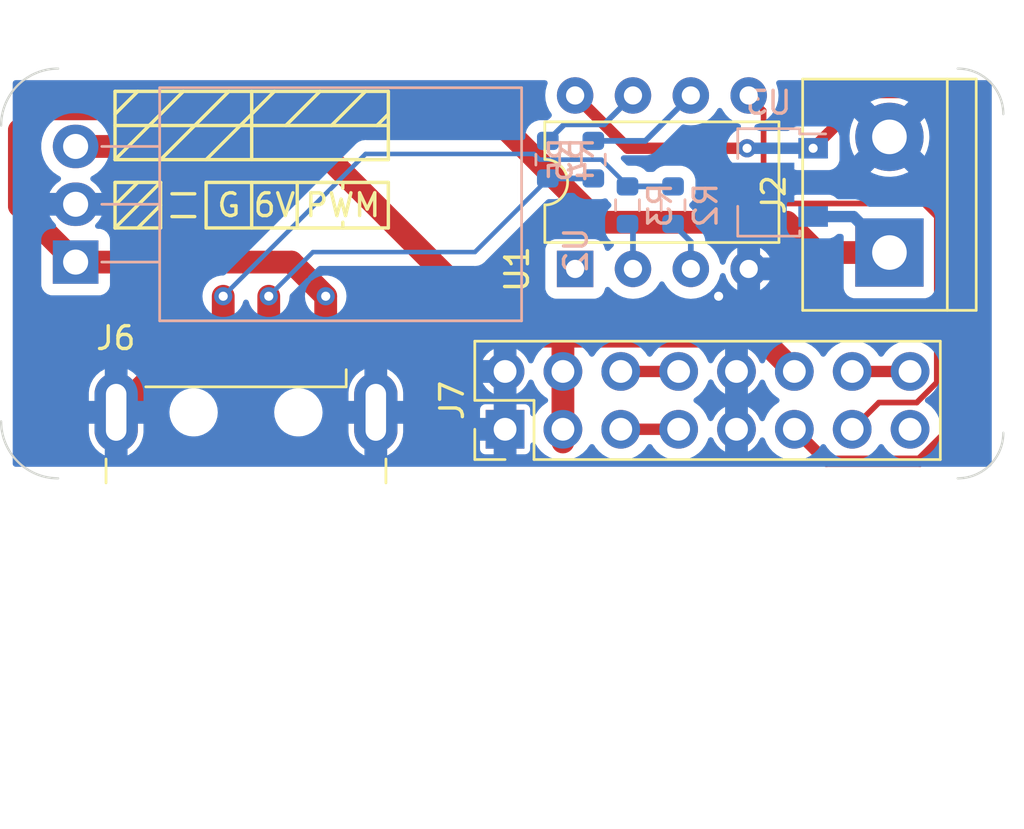
<source format=kicad_pcb>
(kicad_pcb (version 20211014) (generator pcbnew)
  (layers (0 "F.Cu" power) (31 "B.Cu" signal) (34 "B.Paste" user) (35 "F.Paste" user) (36 "B.SilkS" user "B.Silkscreen") (37 "F.SilkS" user "F.Silkscreen") (38 "B.Mask" user) (39 "F.Mask" user) (44 "Edge.Cuts" user))
  (net 0 "")
  (net 2 "/VBUS")
  (net 3 "/controll pin")
  (net 4 "/GND")
  (net 5 "/6V")
  (net 6 "/D-")
  (net 7 "/D+")
  (net 8 "Net-(R2-Pad1)")
  (net 9 "Net-(R3-Pad1)")
  (net 10 "Net-(R4-Pad1)")
  (net 11 "/5V")
  (net 12 "Net-(U1-Pad6)")
  (net 13 "Net-(J7-Pad6)")
  (net 14 "Net-(J7-Pad14)")
  (net 16 "Net-(J7-Pad5)")
  (footprint "Package_DIP:DIP-8_W7.62mm" (layer "F.Cu") (at 198.2 108.8 90)
    (fp_text reference "U1" (at -0.01 -2.55 90) (layer "F.SilkS"))
    (fp_text value "ATtiny13V-10P")
    (fp_line (start 2.81 -1.33) (end 1.16 -1.33) (layer "F.SilkS") (width 0.12))
    (fp_line (start 1.16 -1.33) (end 1.16 8.95) (layer "F.SilkS") (width 0.12))
    (fp_line (start 6.46 -1.33) (end 4.81 -1.33) (layer "F.SilkS") (width 0.12))
    (fp_line (start 6.46 8.95) (end 6.46 -1.33) (layer "F.SilkS") (width 0.12))
    (fp_line (start 1.16 8.95) (end 6.46 8.95) (layer "F.SilkS") (width 0.12))
    (fp_arc (start 4.81 -1.33) (mid 3.81 -0.33) (end 2.81 -1.33) (layer "F.SilkS") (width 0.12))
    (pad "1" thru_hole rect (at 0 0 90) (size 1.6 1.6) (drill 0.8) (layers *.Cu *.Mask))
    (pad "2" thru_hole oval (at 0 2.54 90) (size 1.6 1.6) (drill 0.8) (layers *.Cu *.Mask) (net 9 "Net-(R3-Pad1)"))
    (pad "3" thru_hole oval (at 0 5.08 90) (size 1.6 1.6) (drill 0.8) (layers *.Cu *.Mask) (net 8 "Net-(R2-Pad1)"))
    (pad "4" thru_hole oval (at 0 7.62 90) (size 1.6 1.6) (drill 0.8) (layers *.Cu *.Mask) (net 4 "/GND"))
    (pad "5" thru_hole oval (at 7.62 7.62 90) (size 1.6 1.6) (drill 0.8) (layers *.Cu *.Mask) (net 3 "/controll pin"))
    (pad "6" thru_hole oval (at 7.62 5.08 90) (size 1.6 1.6) (drill 0.8) (layers *.Cu *.Mask) (net 12 "Net-(U1-Pad6)"))
    (pad "7" thru_hole oval (at 7.62 2.54 90) (size 1.6 1.6) (drill 0.8) (layers *.Cu *.Mask) (net 10 "Net-(R4-Pad1)"))
    (pad "8" thru_hole oval (at 7.62 0 90) (size 1.6 1.6) (drill 0.8) (layers *.Cu *.Mask) (net 11 "/5V"))
  )
  (footprint "Connector_PinHeader_2.54mm:PinHeader_2x08_P2.54mm_Vertical" (layer "F.Cu") (at 195.125 115.845 90)
    (fp_text reference "J7" (at 1.27 -2.33 90) (layer "F.SilkS"))
    (fp_text value "Conn_02x08_Counter_Clockwise")
    (fp_line (start -1.33 19.11) (end 3.87 19.11) (layer "F.SilkS") (width 0.12))
    (fp_line (start -1.33 -1.33) (end 0 -1.33) (layer "F.SilkS") (width 0.12))
    (fp_line (start 1.27 1.27) (end 1.27 -1.33) (layer "F.SilkS") (width 0.12))
    (fp_line (start 1.27 -1.33) (end 3.87 -1.33) (layer "F.SilkS") (width 0.12))
    (fp_line (start -1.33 1.27) (end 1.27 1.27) (layer "F.SilkS") (width 0.12))
    (fp_line (start -1.33 0) (end -1.33 -1.33) (layer "F.SilkS") (width 0.12))
    (fp_line (start -1.33 1.27) (end -1.33 19.11) (layer "F.SilkS") (width 0.12))
    (fp_line (start 3.87 -1.33) (end 3.87 19.11) (layer "F.SilkS") (width 0.12))
    (pad "1" thru_hole rect (at 0 0 90) (size 1.7 1.7) (drill 1) (layers *.Cu *.Mask) (net 4 "/GND"))
    (pad "2" thru_hole oval (at 2.54 0 90) (size 1.7 1.7) (drill 1) (layers *.Cu *.Mask) (net 4 "/GND"))
    (pad "3" thru_hole oval (at 0 2.54 90) (size 1.7 1.7) (drill 1) (layers *.Cu *.Mask) (net 5 "/6V"))
    (pad "4" thru_hole oval (at 2.54 2.54 90) (size 1.7 1.7) (drill 1) (layers *.Cu *.Mask) (net 5 "/6V"))
    (pad "5" thru_hole oval (at 0 5.08 90) (size 1.7 1.7) (drill 1) (layers *.Cu *.Mask) (net 16 "Net-(J7-Pad5)"))
    (pad "6" thru_hole oval (at 2.54 5.08 90) (size 1.7 1.7) (drill 1) (layers *.Cu *.Mask) (net 13 "Net-(J7-Pad6)"))
    (pad "7" thru_hole oval (at 0 7.62 90) (size 1.7 1.7) (drill 1) (layers *.Cu *.Mask) (net 16 "Net-(J7-Pad5)"))
    (pad "8" thru_hole oval (at 2.54 7.62 90) (size 1.7 1.7) (drill 1) (layers *.Cu *.Mask) (net 13 "Net-(J7-Pad6)"))
    (pad "9" thru_hole oval (at 0 10.16 90) (size 1.7 1.7) (drill 1) (layers *.Cu *.Mask) (net 4 "/GND"))
    (pad "10" thru_hole oval (at 2.54 10.16 90) (size 1.7 1.7) (drill 1) (layers *.Cu *.Mask) (net 4 "/GND"))
    (pad "11" thru_hole oval (at 0 12.7 90) (size 1.7 1.7) (drill 1) (layers *.Cu *.Mask) (net 11 "/5V"))
    (pad "12" thru_hole oval (at 2.54 12.7 90) (size 1.7 1.7) (drill 1) (layers *.Cu *.Mask) (net 5 "/6V"))
    (pad "13" thru_hole oval (at 0 15.24 90) (size 1.7 1.7) (drill 1) (layers *.Cu *.Mask) (net 3 "/controll pin"))
    (pad "14" thru_hole oval (at 2.54 15.24 90) (size 1.7 1.7) (drill 1) (layers *.Cu *.Mask) (net 14 "Net-(J7-Pad14)"))
    (pad "15" thru_hole oval (at 0 17.78 90) (size 1.7 1.7) (drill 1) (layers *.Cu *.Mask))
    (pad "16" thru_hole oval (at 2.54 17.78 90) (size 1.7 1.7) (drill 1) (layers *.Cu *.Mask) (net 14 "Net-(J7-Pad14)"))
  )
  (footprint "Connector_USB:USB_A_CNCTech_1001-011-01101_Horizontal" (layer "F.Cu") (at 183.75 122 -90)
    (fp_text reference "J6" (at -10.16 5.715) (layer "F.SilkS"))
    (fp_text value "USB_A")
    (fp_line (start -4.85 6.145) (end -3.8 6.145) (layer "F.SilkS") (width 0.12))
    (fp_line (start -4.85 -6.145) (end -3.8 -6.145) (layer "F.SilkS") (width 0.12))
    (fp_line (start -8.02 -4.4) (end -8.02 4.4) (layer "F.SilkS") (width 0.12))
    (fp_line (start -8.02 -4.4) (end -8.775 -4.4) (layer "F.SilkS") (width 0.12))
    (pad "" np_thru_hole circle (at -6.9 -2.3 270) (size 1.1 1.1) (drill 1.1) (layers *.Cu *.Mask))
    (pad "" np_thru_hole circle (at -6.9 2.3 270) (size 1.1 1.1) (drill 1.1) (layers *.Cu *.Mask))
    (pad "1" smd rect (at -9.65 -3.5 270) (size 2.5 1.1) (layers "F.Cu" "F.Paste" "F.Mask") (net 2 "/VBUS"))
    (pad "2" smd rect (at -9.65 -1 270) (size 2.5 1.1) (layers "F.Cu" "F.Paste" "F.Mask") (net 6 "/D-"))
    (pad "3" smd rect (at -9.65 1 270) (size 2.5 1.1) (layers "F.Cu" "F.Paste" "F.Mask") (net 7 "/D+"))
    (pad "4" smd rect (at -9.65 3.5 270) (size 2.5 1.1) (layers "F.Cu" "F.Paste" "F.Mask") (net 4 "/GND"))
    (pad "5" thru_hole oval (at -6.9 -5.7 270) (size 3.5 1.9) (drill oval 2.5 0.9) (layers *.Cu *.Mask) (net 4 "/GND"))
    (pad "5" thru_hole oval (at -6.9 5.7 270) (size 3.5 1.9) (drill oval 2.5 0.9) (layers *.Cu *.Mask) (net 4 "/GND"))
  )
  (footprint "TerminalBlock:TerminalBlock_bornier-2_P5.08mm" (layer "F.Cu") (at 212 108.08 90)
    (fp_text reference "J2" (at 2.54 -5.08 90) (layer "F.SilkS"))
    (fp_text value "Screw_Terminal_01x02")
    (fp_line (start 7.62 3.81) (end 7.62 -3.81) (layer "F.SilkS") (width 0.12))
    (fp_line (start -2.54 -3.81) (end -2.54 3.81) (layer "F.SilkS") (width 0.12))
    (fp_line (start 7.62 -3.81) (end -2.54 -3.81) (layer "F.SilkS") (width 0.12))
    (fp_line (start -2.54 3.81) (end 7.62 3.81) (layer "F.SilkS") (width 0.12))
    (fp_line (start 7.62 2.54) (end -2.54 2.54) (layer "F.SilkS") (width 0.12))
    (pad "1" thru_hole rect (at 0 0 90) (size 3 3) (drill 1.52) (layers *.Cu *.Mask) (net 2 "/VBUS"))
    (pad "2" thru_hole circle (at 5.08 0 90) (size 3 3) (drill 1.52) (layers *.Cu *.Mask) (net 4 "/GND"))
  )
  (footprint "Resistor_SMD:R_0603_1608Metric" (layer "B.Cu") (at 202.5 106 90)
    (fp_text reference "R2" (at 0 1.43 90) (layer "B.SilkS") (effects (justify mirror)))
    (fp_text value "2k")
    (fp_line (start -0.237258 -0.5225) (end 0.237258 -0.5225) (layer "B.SilkS") (width 0.12))
    (fp_line (start -0.237258 0.5225) (end 0.237258 0.5225) (layer "B.SilkS") (width 0.12))
    (pad "1" smd roundrect (at -0.825 0 90) (size 0.8 0.95) (layers "B.Cu" "B.Paste" "B.Mask") (net 8 "Net-(R2-Pad1)"))
    (pad "2" smd roundrect (at 0.825 0 90) (size 0.8 0.95) (layers "B.Cu" "B.Paste" "B.Mask") (net 7 "/D+"))
  )
  (footprint "Resistor_SMD:R_0603_1608Metric" (layer "B.Cu") (at 199 104 -90)
    (fp_text reference "R5" (at 0 1.43 90) (layer "B.SilkS") (effects (justify mirror)))
    (fp_text value "680")
    (fp_line (start -0.237258 -0.5225) (end 0.237258 -0.5225) (layer "B.SilkS") (width 0.12))
    (fp_line (start -0.237258 0.5225) (end 0.237258 0.5225) (layer "B.SilkS") (width 0.12))
    (pad "1" smd roundrect (at -0.825 0 270) (size 0.8 0.95) (layers "B.Cu" "B.Paste" "B.Mask") (net 12 "Net-(U1-Pad6)"))
    (pad "2" smd roundrect (at 0.825 0 270) (size 0.8 0.95) (layers "B.Cu" "B.Paste" "B.Mask") (net 6 "/D-"))
  )
  (footprint "Package_TO_SOT_SMD:SOT-89-3" (layer "B.Cu") (at 207 105 180)
    (fp_text reference "U3" (at 0.3 3.5) (layer "B.SilkS") (effects (justify mirror)))
    (fp_text value "L78L05_SOT89")
    (fp_line (start -2.2 2.13) (end -1.06 2.13) (layer "B.SilkS") (width 0.12))
    (fp_line (start 1.66 2.36) (end 1.66 1.05) (layer "B.SilkS") (width 0.12))
    (fp_line (start -1.06 2.36) (end -1.06 2.13) (layer "B.SilkS") (width 0.12))
    (fp_line (start -1.06 2.36) (end 1.66 2.36) (layer "B.SilkS") (width 0.12))
    (fp_line (start 1.66 -1.05) (end 1.66 -2.36) (layer "B.SilkS") (width 0.12))
    (fp_line (start -1.06 -2.36) (end -1.06 -2.13) (layer "B.SilkS") (width 0.12))
    (fp_line (start 1.66 -2.36) (end -1.06 -2.36) (layer "B.SilkS") (width 0.12))
    (pad "1" smd rect (at -1.65 1.5 180) (size 1.3 0.9) (layers "B.Cu" "B.Paste" "B.Mask") (net 11 "/5V"))
    (pad "2" smd custom (at -1.5625 0 180) (size 1.475 0.9) (layers "B.Cu" "B.Paste" "B.Mask") (net 4 "/GND") (options (clearance outline) (anchor rect)) (primitives (gr_poly (pts (xy 3.8625 -0.8665) (xy 0.7375 -0.8665) (xy 0.7375 0.8665) (xy 3.8625 0.8665)) (width 0) (fill yes))))
    (pad "3" smd rect (at -1.65 -1.5 180) (size 1.3 0.9) (layers "B.Cu" "B.Paste" "B.Mask") (net 2 "/VBUS"))
  )
  (footprint "Resistor_SMD:R_0603_1608Metric" (layer "B.Cu") (at 197 104 -90)
    (fp_text reference "R4" (at 0 -1.5 90) (layer "B.SilkS") (effects (justify mirror)))
    (fp_text value "2k")
    (fp_line (start -0.237258 -0.5225) (end 0.237258 -0.5225) (layer "B.SilkS") (width 0.12))
    (fp_line (start -0.237258 0.5225) (end 0.237258 0.5225) (layer "B.SilkS") (width 0.12))
    (pad "1" smd roundrect (at -0.825 0 270) (size 0.8 0.95) (layers "B.Cu" "B.Paste" "B.Mask") (net 10 "Net-(R4-Pad1)"))
    (pad "2" smd roundrect (at 0.825 0 270) (size 0.8 0.95) (layers "B.Cu" "B.Paste" "B.Mask") (net 6 "/D-"))
  )
  (footprint "Resistor_SMD:R_0603_1608Metric" (layer "B.Cu") (at 200.5 106 90)
    (fp_text reference "R3" (at 0 1.43 90) (layer "B.SilkS") (effects (justify mirror)))
    (fp_text value "680")
    (fp_line (start -0.237258 -0.5225) (end 0.237258 -0.5225) (layer "B.SilkS") (width 0.12))
    (fp_line (start -0.237258 0.5225) (end 0.237258 0.5225) (layer "B.SilkS") (width 0.12))
    (pad "1" smd roundrect (at -0.825 0 90) (size 0.8 0.95) (layers "B.Cu" "B.Paste" "B.Mask") (net 9 "Net-(R3-Pad1)"))
    (pad "2" smd roundrect (at 0.825 0 90) (size 0.8 0.95) (layers "B.Cu" "B.Paste" "B.Mask") (net 7 "/D+"))
  )
  (footprint "Package_TO_SOT_THT:TO-220-3_Horizontal_TabDown" (layer "B.Cu") (at 176.27 108.5 90)
    (fp_text reference "U2" (at 0.517207 21.966042 90) (layer "B.SilkS") (effects (justify mirror)))
    (fp_text value "L7806CV")
    (fp_line (start 7.66 19.58) (end 7.66 3.69) (layer "B.SilkS") (width 0.12))
    (fp_line (start -2.58 19.58) (end 7.66 19.58) (layer "B.SilkS") (width 0.12))
    (fp_line (start -2.58 19.58) (end -2.58 3.69) (layer "B.SilkS") (width 0.12))
    (fp_line (start -2.58 3.69) (end 7.66 3.69) (layer "B.SilkS") (width 0.12))
    (fp_line (start 2.54 3.69) (end 2.54 1.15) (layer "B.SilkS") (width 0.12))
    (fp_line (start 0 3.69) (end 0 1.15) (layer "B.SilkS") (width 0.12))
    (fp_line (start 5.08 3.69) (end 5.08 1.15) (layer "B.SilkS") (width 0.12))
    (pad "" np_thru_hole oval (at 2.54 16.66 90) (size 3.5 3.5) (drill 3.5) (layers *.Cu *.Mask))
    (pad "1" thru_hole rect (at 0 0 90) (size 1.905 2) (drill 1.1) (layers *.Cu *.Mask) (net 2 "/VBUS"))
    (pad "2" thru_hole oval (at 2.54 0 90) (size 1.905 2) (drill 1.1) (layers *.Cu *.Mask) (net 4 "/GND"))
    (pad "3" thru_hole oval (at 5.08 0 90) (size 1.905 2) (drill 1.1) (layers *.Cu *.Mask) (net 5 "/6V"))
  )
  (gr_line (start 182 107) (end 190 107) (layer "F.SilkS") (width 0.15))
  (gr_line (start 190 101) (end 190 104) (layer "F.SilkS") (width 0.15))
  (gr_line (start 185 101) (end 182 104) (layer "F.SilkS") (width 0.15))
  (gr_line (start 188 107) (end 188 106.75) (layer "F.SilkS") (width 0.15))
  (gr_line (start 181 101) (end 178 104) (layer "F.SilkS") (width 0.15))
  (gr_line (start 180 105) (end 178 105) (layer "F.SilkS") (width 0.15))
  (gr_line (start 190 102) (end 189.5 102.5) (layer "F.SilkS") (width 0.15))
  (gr_line (start 190 105) (end 182 105) (layer "F.SilkS") (width 0.15))
  (gr_line (start 180.5 105.5) (end 181.5 105.5) (layer "F.SilkS") (width 0.15))
  (gr_line (start 178 101) (end 190 101) (layer "F.SilkS") (width 0.15))
  (gr_line (start 183 101) (end 180 104) (layer "F.SilkS") (width 0.15))
  (gr_line (start 189 101) (end 187.5 102.5) (layer "F.SilkS") (width 0.15))
  (gr_line (start 179 101) (end 178 102) (layer "F.SilkS") (width 0.15))
  (gr_line (start 178 107) (end 180 107) (layer "F.SilkS") (width 0.15))
  (gr_line (start 186 107) (end 186 105) (layer "F.SilkS") (width 0.15))
  (gr_line (start 178 104) (end 178 101) (layer "F.SilkS") (width 0.15))
  (gr_line (start 184 107) (end 184 105) (layer "F.SilkS") (width 0.15))
  (gr_line (start 178 107) (end 180 105) (layer "F.SilkS") (width 0.15))
  (gr_line (start 190 102.5) (end 178 102.5) (layer "F.SilkS") (width 0.15))
  (gr_line (start 179 107) (end 180 106) (layer "F.SilkS") (width 0.15))
  (gr_line (start 182 105) (end 182 107) (layer "F.SilkS") (width 0.15))
  (gr_line (start 188 105) (end 188 105.25) (layer "F.SilkS") (width 0.15))
  (gr_line (start 180 107) (end 180 105) (layer "F.SilkS") (width 0.15))
  (gr_line (start 178 106) (end 179 105) (layer "F.SilkS") (width 0.15))
  (gr_line (start 190 104) (end 178 104) (layer "F.SilkS") (width 0.15))
  (gr_line (start 184 101) (end 184 104) (layer "F.SilkS") (width 0.15))
  (gr_line (start 190 107) (end 190 105) (layer "F.SilkS") (width 0.15))
  (gr_line (start 178 105) (end 178 107) (layer "F.SilkS") (width 0.15))
  (gr_line (start 187 101) (end 185.5 102.5) (layer "F.SilkS") (width 0.15))
  (gr_line (start 180.5 106.5) (end 181.5 106.5) (layer "F.SilkS") (width 0.15))
  (gr_arc (start 215 100) (mid 216.414214 100.585786) (end 217 102) (layer "Edge.Cuts") (width 0.1))
  (gr_arc (start 173 102.5) (mid 173.732233 100.732233) (end 175.5 100) (layer "Edge.Cuts") (width 0.1))
  (gr_arc (start 217 116) (mid 216.414214 117.414214) (end 215 118) (layer "Edge.Cuts") (width 0.1))
  (gr_arc (start 175.5 118) (mid 173.732233 117.267767) (end 173 115.5) (layer "Edge.Cuts") (width 0.1))
  (gr_text "6V" (at 185 106) (layer "F.SilkS") (effects (font (size 1 1))))
  (gr_text "PWM" (at 188 106) (layer "F.SilkS") (effects (font (size 1 1))))
  (gr_text "G" (at 183 106) (layer "F.SilkS") (effects (font (size 1 1))))
  (segment (start 185.75 108.5) (end 176.27 108.5) (width 1) (layer "F.Cu") (net 2))
  (segment (start 187.25 110) (end 185.75 108.5) (width 1) (layer "F.Cu") (net 2))
  (segment (start 194.26798 101.76798) (end 199.25 106.75) (width 1) (layer "F.Cu") (net 2))
  (segment (start 199.25 106.75) (end 207.5 106.75) (width 1) (layer "F.Cu") (net 2))
  (segment (start 187.25 112.35) (end 187.25 110) (width 1) (layer "F.Cu") (net 2))
  (segment (start 174.74154 101.76798) (end 194.26798 101.76798) (width 1) (layer "F.Cu") (net 2))
  (segment (start 208.83 108.08) (end 212 108.08) (width 1) (layer "F.Cu") (net 2))
  (segment (start 173.80048 106.03048) (end 173.80048 102.70904) (width 1) (layer "F.Cu") (net 2))
  (segment (start 173.80048 102.70904) (end 174.74154 101.76798) (width 1) (layer "F.Cu") (net 2))
  (segment (start 176.27 108.5) (end 173.80048 106.03048) (width 1) (layer "F.Cu") (net 2))
  (segment (start 207.5 106.75) (end 208.83 108.08) (width 1) (layer "F.Cu") (net 2))
  (via (at 187.25 110) (size 0.8) (drill 0.4) (layers "F.Cu" "B.Cu") (net 2))
  (segment (start 210.42 106.5) (end 212 108.08) (width 0.5) (layer "B.Cu") (net 2))
  (segment (start 208.65 106.5) (end 210.42 106.5) (width 0.5) (layer "B.Cu") (net 2))
  (segment (start 206.474511 104.974511) (end 207.42548 105.92548) (width 0.25) (layer "F.Cu") (net 3))
  (segment (start 207.42548 105.92548) (end 213.494502 105.92548) (width 0.25) (layer "F.Cu") (net 3))
  (segment (start 213.494502 105.92548) (end 214.079511 106.510489) (width 0.25) (layer "F.Cu") (net 3))
  (segment (start 206.474511 101.834511) (end 206.474511 104.974511) (width 0.25) (layer "F.Cu") (net 3))
  (segment (start 214.079511 106.510489) (end 214.079511 113.791499) (width 0.25) (layer "F.Cu") (net 3))
  (segment (start 213.200521 114.670489) (end 211.539511 114.670489) (width 0.25) (layer "F.Cu") (net 3))
  (segment (start 214.079511 113.791499) (end 213.200521 114.670489) (width 0.25) (layer "F.Cu") (net 3))
  (segment (start 205.82 101.18) (end 206.474511 101.834511) (width 0.25) (layer "F.Cu") (net 3))
  (segment (start 211.539511 114.670489) (end 210.365 115.845) (width 0.25) (layer "F.Cu") (net 3))
  (segment (start 180.25 112.9) (end 178.05 115.1) (width 1) (layer "F.Cu") (net 4))
  (segment (start 180.25 112.35) (end 180.25 112.9) (width 1) (layer "F.Cu") (net 4))
  (via (at 204.5 110) (size 0.8) (drill 0.4) (layers "F.Cu" "B.Cu") (net 4))
  (segment (start 186.855142 103.42) (end 195.190631 111.755489) (width 1) (layer "F.Cu") (net 5))
  (segment (start 206.275489 111.755489) (end 207.825 113.305) (width 1) (layer "F.Cu") (net 5))
  (segment (start 197.665 115.845) (end 197.665 116.404022) (width 1) (layer "F.Cu") (net 5))
  (segment (start 176.27 103.42) (end 186.855142 103.42) (width 1) (layer "F.Cu") (net 5))
  (segment (start 197.665 113.305) (end 197.665 115.845) (width 1) (layer "F.Cu") (net 5))
  (segment (start 197.589511 111.755489) (end 206.275489 111.755489) (width 1) (layer "F.Cu") (net 5))
  (segment (start 197.665 113.305) (end 197.665 111.830978) (width 1) (layer "F.Cu") (net 5))
  (segment (start 195.190631 111.755489) (end 197.589511 111.755489) (width 1) (layer "F.Cu") (net 5))
  (segment (start 184.75 112.35) (end 184.75 110) (width 1) (layer "F.Cu") (net 6))
  (via (at 184.75 110) (size 0.8) (drill 0.4) (layers "F.Cu" "B.Cu") (net 6))
  (segment (start 184.75 110) (end 186.690479 108.059521) (width 0.2) (layer "B.Cu") (net 6))
  (segment (start 186.690479 108.059521) (end 193.799651 108.059521) (width 0.2) (layer "B.Cu") (net 6))
  (segment (start 197 104.859172) (end 197 104.825) (width 0.2) (layer "B.Cu") (net 6))
  (segment (start 193.799651 108.059521) (end 197 104.859172) (width 0.2) (layer "B.Cu") (net 6))
  (segment (start 197 104.825) (end 199 104.825) (width 0.25) (layer "B.Cu") (net 6))
  (segment (start 182.75 112.35) (end 182.75 110) (width 1) (layer "F.Cu") (net 7))
  (via (at 182.75 110) (size 0.8) (drill 0.4) (layers "F.Cu" "B.Cu") (net 7))
  (segment (start 200.5 105.143573) (end 200.5 105.175) (width 0.2) (layer "B.Cu") (net 7))
  (segment (start 189 103.75) (end 196.393573 103.75) (width 0.2) (layer "B.Cu") (net 7))
  (segment (start 202.5 105.175) (end 200.5 105.175) (width 0.25) (layer "B.Cu") (net 7))
  (segment (start 196.393573 103.75) (end 196.643573 104) (width 0.2) (layer "B.Cu") (net 7))
  (segment (start 199.356427 104) (end 200.5 105.143573) (width 0.2) (layer "B.Cu") (net 7))
  (segment (start 182.75 110) (end 189 103.75) (width 0.2) (layer "B.Cu") (net 7))
  (segment (start 196.643573 104) (end 199.356427 104) (width 0.2) (layer "B.Cu") (net 7))
  (segment (start 203.28 107.605) (end 202.5 106.825) (width 0.25) (layer "B.Cu") (net 8))
  (segment (start 203.28 108.8) (end 203.28 107.605) (width 0.25) (layer "B.Cu") (net 8))
  (segment (start 200.74 107.065) (end 200.5 106.825) (width 0.25) (layer "B.Cu") (net 9))
  (segment (start 200.74 108.8) (end 200.74 107.065) (width 0.25) (layer "B.Cu") (net 9))
  (segment (start 199.46952 102.45048) (end 197.72452 102.45048) (width 0.25) (layer "B.Cu") (net 10))
  (segment (start 200.74 101.18) (end 199.46952 102.45048) (width 0.25) (layer "B.Cu") (net 10))
  (segment (start 197.72452 102.45048) (end 197 103.175) (width 0.25) (layer "B.Cu") (net 10))
  (segment (start 205.75 103.5) (end 200.52 103.5) (width 0.5) (layer "F.Cu") (net 11))
  (segment (start 213.337787 117.25) (end 209.23 117.25) (width 0.5) (layer "F.Cu") (net 11))
  (segment (start 211.099511 101.050489) (end 212.807515 101.050489) (width 0.5) (layer "F.Cu") (net 11))
  (segment (start 214.75 115.837787) (end 213.337787 117.25) (width 0.5) (layer "F.Cu") (net 11))
  (segment (start 209.23 117.25) (end 207.825 115.845) (width 0.5) (layer "F.Cu") (net 11))
  (segment (start 212.807515 101.050489) (end 214.75 102.992974) (width 0.5) (layer "F.Cu") (net 11))
  (segment (start 200.52 103.5) (end 198.2 101.18) (width 0.5) (layer "F.Cu") (net 11))
  (segment (start 214.75 102.992974) (end 214.75 115.837787) (width 0.5) (layer "F.Cu") (net 11))
  (segment (start 208.65 103.5) (end 211.099511 101.050489) (width 0.5) (layer "F.Cu") (net 11))
  (via (at 205.75 103.5) (size 0.8) (drill 0.4) (layers "F.Cu" "B.Cu") (net 11))
  (via (at 208.65 103.5) (size 0.8) (drill 0.4) (layers "F.Cu" "B.Cu") (net 11))
  (segment (start 208.65 103.5) (end 205.75 103.5) (width 0.5) (layer "B.Cu") (net 11))
  (segment (start 201.285 103.175) (end 199 103.175) (width 0.25) (layer "B.Cu") (net 12))
  (segment (start 203.28 101.18) (end 201.285 103.175) (width 0.25) (layer "B.Cu") (net 12))
  (segment (start 202.745 113.305) (end 200.205 113.305) (width 0.5) (layer "F.Cu") (net 13))
  (segment (start 212.905 113.305) (end 210.365 113.305) (width 0.5) (layer "F.Cu") (net 14))
  (segment (start 210.79 113.305) (end 210.365 113.305) (width 0.5) (layer "B.Cu") (net 14))
  (segment (start 202.745 115.845) (end 200.205 115.845) (width 0.5) (layer "F.Cu") (net 16))
  (zone (net 4) (net_name "/GND") (layer "B.Cu") (connect_pads (clearance 0.508)) (min_thickness 0.254) (fill yes (thermal_gap 0.25) (thermal_bridge_width 1))
    (polygon (pts (xy 217 118) (xy 173 118) (xy 173 100) (xy 217 100)))
  )
)
</source>
